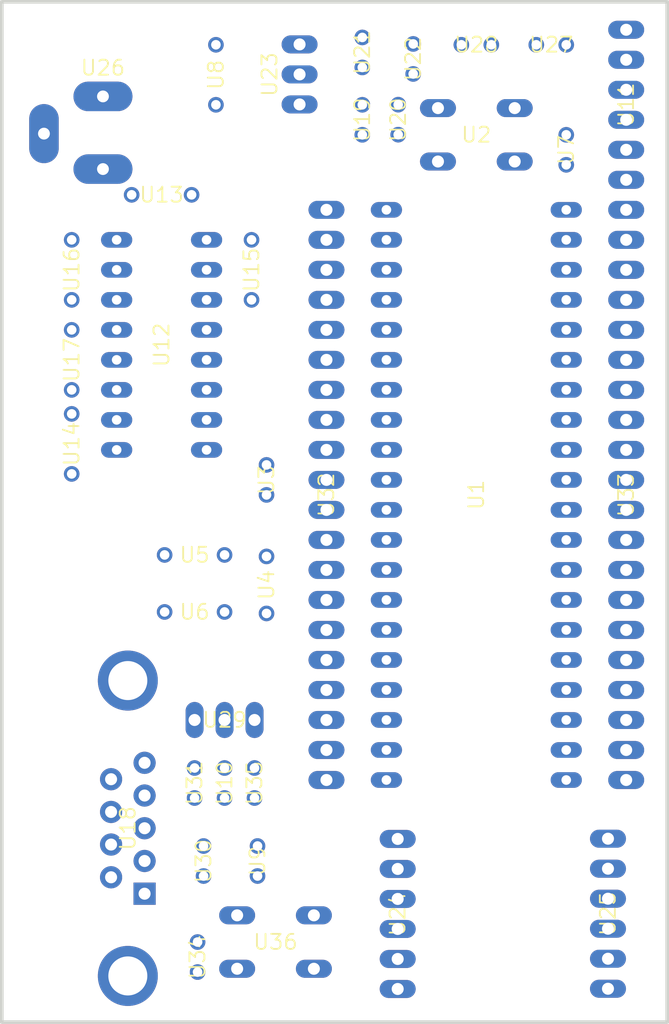
<source format=kicad_pcb>
(kicad_pcb (version 20221018) (generator pcbnew)
  (layers (0 "F.Cu" signal "Top") (31 "B.Cu" signal "Bottom") (34 "B.Paste" user) (35 "F.Paste" user) (36 "B.SilkS" user "B.Silkscreen") (37 "F.SilkS" user "F.Silkscreen") (38 "B.Mask" user) (39 "F.Mask" user) (44 "Edge.Cuts" user))
  (net 0 "")
  (net 1 "Net-(IC3-Pad40)")
  (net 2 "Net-(IC3-Pad39)")
  (net 3 "Net-(IC3-Pad38)")
  (net 4 "Net-(IC3-Pad37)")
  (net 5 "Net-(IC3-Pad36)")
  (net 6 "Net-(IC3-Pad35)")
  (net 7 "/MRF_INT")
  (net 8 "Net-(IC3-Pad33)")
  (net 9 "/3.3V_SRC")
  (net 10 "GND")
  (net 11 "Net-(IC3-Pad30)")
  (net 12 "Net-(IC3-Pad29)")
  (net 13 "Net-(IC3-Pad28)")
  (net 14 "Net-(IC3-Pad27)")
  (net 15 "/N$17")
  (net 16 "/N$21")
  (net 17 "/MRF_SDO")
  (net 18 "/MRF_SDI")
  (net 19 "Net-(IC3-Pad22)")
  (net 20 "Net-(IC3-Pad21)")
  (net 21 "Net-(IC3-Pad20)")
  (net 22 "Net-(IC3-Pad19)")
  (net 23 "/MRF_SCK")
  (net 24 "/MRF_CS")
  (net 25 "/MRF_WAKE")
  (net 26 "/MRF_RESET")
  (net 27 "/OSC2")
  (net 28 "/OS1")
  (net 29 "Net-(IC3-Pad10)")
  (net 30 "Net-(IC3-Pad9)")
  (net 31 "Net-(IC3-Pad8)")
  (net 32 "Net-(IC3-Pad7)")
  (net 33 "Net-(IC3-Pad6)")
  (net 34 "Net-(IC3-Pad5)")
  (net 35 "Net-(IC3-Pad4)")
  (net 36 "Net-(IC3-Pad3)")
  (net 37 "Net-(IC3-Pad2)")
  (net 38 "Net-(IC3-Pad1)")
  (net 39 "Net-(S1-Pad4)")
  (net 40 "Net-(S1-Pad2)")
  (net 41 "Net-(C6-Pad1)")
  (net 42 "Net-(LED3-PadA)")
  (net 43 "Net-(R5-Pad1)")
  (net 44 "Net-(JP3-Pad6)")
  (net 45 "Net-(IC2-Pad14)")
  (net 46 "Net-(IC2-Pad13)")
  (net 47 "Net-(IC2-Pad12)")
  (net 48 "Net-(IC2-Pad11)")
  (net 49 "Net-(C5-Pad2)")
  (net 50 "Net-(C2-Pad2)")
  (net 51 "Net-(C5-Pad1)")
  (net 52 "Net-(C4-Pad2)")
  (net 53 "Net-(IC2-Pad8)")
  (net 54 "Net-(IC2-Pad7)")
  (net 55 "Net-(C1-Pad1)")
  (net 56 "Net-(C4-Pad1)")
  (net 57 "Net-(X1-Pad9)")
  (net 58 "Net-(X1-Pad7)")
  (net 59 "Net-(X1-Pad1)")
  (net 60 "Net-(IC4-Pad1)")
  (net 61 "Net-(R8-Pad1)")
  (net 62 "Net-(JP4-Pad4)")
  (net 63 "Net-(X3-Pad3)")
  (net 64 "Net-(LED1-PadA)")
  (net 65 "Net-(R2-Pad1)")
  (net 66 "Net-(R6-Pad1)")
  (net 67 "Net-(LED2-PadA)")
  (net 68 "Net-(R1-Pad1)")
  (net 69 "Net-(S2-Pad4)")
  (net 70 "Net-(S2-Pad2)")
  (footprint "picDevBoard:DIL40" (layer "F.Cu") (at 160.520378 103.560879 -90)
    (fp_text reference "U1" (at 0 0 270) (layer "F.SilkS") (effects (font (size 1.27 1.27))))
    (fp_text value "" (at 0 0 270) (layer "F.SilkS") (effects (font (size 1.27 1.27))))
    (pad "1" thru_hole oval (at -24.13 7.62) (size 2.6416 1.3208) (drill 0.8128) (layers "*.Cu" "*.Mask") (net 38 "Net-(IC3-Pad1)"))
    (pad "2" thru_hole oval (at -21.59 7.62) (size 2.6416 1.3208) (drill 0.8128) (layers "*.Cu" "*.Mask") (net 37 "Net-(IC3-Pad2)"))
    (pad "3" thru_hole oval (at -19.05 7.62) (size 2.6416 1.3208) (drill 0.8128) (layers "*.Cu" "*.Mask") (net 36 "Net-(IC3-Pad3)"))
    (pad "4" thru_hole oval (at -16.51 7.62) (size 2.6416 1.3208) (drill 0.8128) (layers "*.Cu" "*.Mask") (net 35 "Net-(IC3-Pad4)"))
    (pad "5" thru_hole oval (at -13.97 7.62) (size 2.6416 1.3208) (drill 0.8128) (layers "*.Cu" "*.Mask") (net 34 "Net-(IC3-Pad5)"))
    (pad "6" thru_hole oval (at -11.43 7.62) (size 2.6416 1.3208) (drill 0.8128) (layers "*.Cu" "*.Mask") (net 33 "Net-(IC3-Pad6)"))
    (pad "7" thru_hole oval (at -8.89 7.62) (size 2.6416 1.3208) (drill 0.8128) (layers "*.Cu" "*.Mask") (net 32 "Net-(IC3-Pad7)"))
    (pad "8" thru_hole oval (at -6.35 7.62) (size 2.6416 1.3208) (drill 0.8128) (layers "*.Cu" "*.Mask") (net 31 "Net-(IC3-Pad8)"))
    (pad "9" thru_hole oval (at -3.81 7.62) (size 2.6416 1.3208) (drill 0.8128) (layers "*.Cu" "*.Mask") (net 30 "Net-(IC3-Pad9)"))
    (pad "10" thru_hole oval (at -1.27 7.62) (size 2.6416 1.3208) (drill 0.8128) (layers "*.Cu" "*.Mask") (net 29 "Net-(IC3-Pad10)"))
    (pad "11" thru_hole oval (at 1.27 7.62) (size 2.6416 1.3208) (drill 0.8128) (layers "*.Cu" "*.Mask") (net 9 "/3.3V_SRC"))
    (pad "12" thru_hole oval (at 3.81 7.62) (size 2.6416 1.3208) (drill 0.8128) (layers "*.Cu" "*.Mask") (net 10 "GND"))
    (pad "13" thru_hole oval (at 6.35 7.62) (size 2.6416 1.3208) (drill 0.8128) (layers "*.Cu" "*.Mask") (net 28 "/OS1"))
    (pad "14" thru_hole oval (at 8.89 7.62) (size 2.6416 1.3208) (drill 0.8128) (layers "*.Cu" "*.Mask") (net 27 "/OSC2"))
    (pad "15" thru_hole oval (at 11.43 7.62) (size 2.6416 1.3208) (drill 0.8128) (layers "*.Cu" "*.Mask") (net 26 "/MRF_RESET"))
    (pad "16" thru_hole oval (at 13.97 7.62) (size 2.6416 1.3208) (drill 0.8128) (layers "*.Cu" "*.Mask") (net 25 "/MRF_WAKE"))
    (pad "17" thru_hole oval (at 16.51 7.62) (size 2.6416 1.3208) (drill 0.8128) (layers "*.Cu" "*.Mask") (net 24 "/MRF_CS"))
    (pad "18" thru_hole oval (at 19.05 7.62) (size 2.6416 1.3208) (drill 0.8128) (layers "*.Cu" "*.Mask") (net 23 "/MRF_SCK"))
    (pad "19" thru_hole oval (at 21.59 7.62) (size 2.6416 1.3208) (drill 0.8128) (layers "*.Cu" "*.Mask") (net 22 "Net-(IC3-Pad19)"))
    (pad "20" thru_hole oval (at 24.13 7.62) (size 2.6416 1.3208) (drill 0.8128) (layers "*.Cu" "*.Mask") (net 21 "Net-(IC3-Pad20)"))
    (pad "21" thru_hole oval (at 24.13 -7.62) (size 2.6416 1.3208) (drill 0.8128) (layers "*.Cu" "*.Mask") (net 20 "Net-(IC3-Pad21)"))
    (pad "22" thru_hole oval (at 21.59 -7.62) (size 2.6416 1.3208) (drill 0.8128) (layers "*.Cu" "*.Mask") (net 19 "Net-(IC3-Pad22)"))
    (pad "23" thru_hole oval (at 19.05 -7.62) (size 2.6416 1.3208) (drill 0.8128) (layers "*.Cu" "*.Mask") (net 18 "/MRF_SDI"))
    (pad "24" thru_hole oval (at 16.51 -7.62) (size 2.6416 1.3208) (drill 0.8128) (layers "*.Cu" "*.Mask") (net 17 "/MRF_SDO"))
    (pad "25" thru_hole oval (at 13.97 -7.62) (size 2.6416 1.3208) (drill 0.8128) (layers "*.Cu" "*.Mask") (net 16 "/N$21"))
    (pad "26" thru_hole oval (at 11.43 -7.62) (size 2.6416 1.3208) (drill 0.8128) (layers "*.Cu" "*.Mask") (net 15 "/N$17"))
    (pad "27" thru_hole oval (at 8.89 -7.62) (size 2.6416 1.3208) (drill 0.8128) (layers "*.Cu" "*.Mask") (net 14 "Net-(IC3-Pad27)"))
    (pad "28" thru_hole oval (at 6.35 -7.62) (size 2.6416 1.3208) (drill 0.8128) (layers "*.Cu" "*.Mask") (net 13 "Net-(IC3-Pad28)"))
    (pad "29" thru_hole oval (at 3.81 -7.62) (size 2.6416 1.3208) (drill 0.8128) (layers "*.Cu" "*.Mask") (net 12 "Net-(IC3-Pad29)"))
    (pad "30" thru_hole oval (at 1.27 -7.62) (size 2.6416 1.3208) (drill 0.8128) (layers "*.Cu" "*.Mask") (net 11 "Net-(IC3-Pad30)"))
    (pad "31" thru_hole oval (at -1.27 -7.62) (size 2.6416 1.3208) (drill 0.8128) (layers "*.Cu" "*.Mask") (net 10 "GND"))
    (pad "32" thru_hole oval (at -3.81 -7.62) (size 2.6416 1.3208) (drill 0.8128) (layers "*.Cu" "*.Mask") (net 9 "/3.3V_SRC"))
    (pad "33" thru_hole oval (at -6.35 -7.62) (size 2.6416 1.3208) (drill 0.8128) (layers "*.Cu" "*.Mask") (net 8 "Net-(IC3-Pad33)"))
    (pad "34" thru_hole oval (at -8.89 -7.62) (size 2.6416 1.3208) (drill 0.8128) (layers "*.Cu" "*.Mask") (net 7 "/MRF_INT"))
    (pad "35" thru_hole oval (at -11.43 -7.62) (size 2.6416 1.3208) (drill 0.8128) (layers "*.Cu" "*.Mask") (net 6 "Net-(IC3-Pad35)"))
    (pad "36" thru_hole oval (at -13.97 -7.62) (size 2.6416 1.3208) (drill 0.8128) (layers "*.Cu" "*.Mask") (net 5 "Net-(IC3-Pad36)"))
    (pad "37" thru_hole oval (at -16.51 -7.62) (size 2.6416 1.3208) (drill 0.8128) (layers "*.Cu" "*.Mask") (net 4 "Net-(IC3-Pad37)"))
    (pad "38" thru_hole oval (at -19.05 -7.62) (size 2.6416 1.3208) (drill 0.8128) (layers "*.Cu" "*.Mask") (net 3 "Net-(IC3-Pad38)"))
    (pad "39" thru_hole oval (at -21.59 -7.62) (size 2.6416 1.3208) (drill 0.8128) (layers "*.Cu" "*.Mask") (net 2 "Net-(IC3-Pad39)"))
    (pad "40" thru_hole oval (at -24.13 -7.62) (size 2.6416 1.3208) (drill 0.8128) (layers "*.Cu" "*.Mask") (net 1 "Net-(IC3-Pad40)"))
  )
  (footprint "picDevBoard:B3F-10XX" (layer "F.Cu") (at 160.520378 73.080879)
    (fp_text reference "U2" (at 0 0) (layer "F.SilkS") (effects (font (size 1.27 1.27))))
    (fp_text value "" (at 0 0) (layer "F.SilkS") (effects (font (size 1.27 1.27))))
    (pad "1" thru_hole oval (at -3.2512 -2.2606) (size 3.048 1.524) (drill 1.016) (layers "*.Cu" "*.Mask") (net 10 "GND"))
    (pad "2" thru_hole oval (at 3.2512 -2.2606) (size 3.048 1.524) (drill 1.016) (layers "*.Cu" "*.Mask") (net 40 "Net-(S1-Pad2)"))
    (pad "3" thru_hole oval (at -3.2512 2.2606) (size 3.048 1.524) (drill 1.016) (layers "*.Cu" "*.Mask") (net 38 "Net-(IC3-Pad1)"))
    (pad "4" thru_hole oval (at 3.2512 2.2606) (size 3.048 1.524) (drill 1.016) (layers "*.Cu" "*.Mask") (net 39 "Net-(S1-Pad4)"))
  )
  (footprint "picDevBoard:C025-024X044" (layer "F.Cu") (at 142.740378 102.290879 -90)
    (fp_text reference "U3" (at 0 0 270) (layer "F.SilkS") (effects (font (size 1.27 1.27))))
    (fp_text value "" (at 0 0 270) (layer "F.SilkS") (effects (font (size 1.27 1.27))))
    (pad "1" thru_hole circle (at -1.27 0 270) (size 1.3208 1.3208) (drill 0.8128) (layers "*.Cu" "*.Mask") (net 9 "/3.3V_SRC"))
    (pad "2" thru_hole circle (at 1.27 0 270) (size 1.3208 1.3208) (drill 0.8128) (layers "*.Cu" "*.Mask") (net 10 "GND"))
  )
  (footprint "picDevBoard:HC49_S" (layer "F.Cu") (at 142.740378 111.180879 -90)
    (fp_text reference "U4" (at 0 0 270) (layer "F.SilkS") (effects (font (size 1.27 1.27))))
    (fp_text value "" (at 0 0 270) (layer "F.SilkS") (effects (font (size 1.27 1.27))))
    (pad "1" thru_hole circle (at -2.413 0 270) (size 1.3208 1.3208) (drill 0.8128) (layers "*.Cu" "*.Mask") (net 28 "/OS1"))
    (pad "2" thru_hole circle (at 2.413 0 270) (size 1.3208 1.3208) (drill 0.8128) (layers "*.Cu" "*.Mask") (net 27 "/OSC2"))
  )
  (footprint "picDevBoard:C050-024X044" (layer "F.Cu") (at 136.644378 108.640879 180)
    (fp_text reference "U5" (at 0 0 180) (layer "F.SilkS") (effects (font (size 1.27 1.27))))
    (fp_text value "" (at 0 0 180) (layer "F.SilkS") (effects (font (size 1.27 1.27))))
    (pad "1" thru_hole circle (at -2.54 0 180) (size 1.3208 1.3208) (drill 0.8128) (layers "*.Cu" "*.Mask") (net 28 "/OS1"))
    (pad "2" thru_hole circle (at 2.54 0 180) (size 1.3208 1.3208) (drill 0.8128) (layers "*.Cu" "*.Mask") (net 10 "GND"))
  )
  (footprint "picDevBoard:C050-024X044" (layer "F.Cu") (at 136.644378 113.466879 180)
    (fp_text reference "U6" (at 0 0 180) (layer "F.SilkS") (effects (font (size 1.27 1.27))))
    (fp_text value "" (at 0 0 180) (layer "F.SilkS") (effects (font (size 1.27 1.27))))
    (pad "1" thru_hole circle (at -2.54 0 180) (size 1.3208 1.3208) (drill 0.8128) (layers "*.Cu" "*.Mask") (net 27 "/OSC2"))
    (pad "2" thru_hole circle (at 2.54 0 180) (size 1.3208 1.3208) (drill 0.8128) (layers "*.Cu" "*.Mask") (net 10 "GND"))
  )
  (footprint "picDevBoard:V526-0" (layer "F.Cu") (at 168.140378 74.350879 -90)
    (fp_text reference "U7" (at 0 0 270) (layer "F.SilkS") (effects (font (size 1.27 1.27))))
    (fp_text value "" (at 0 0 270) (layer "F.SilkS") (effects (font (size 1.27 1.27))))
    (pad "1" thru_hole circle (at -1.27 0 270) (size 1.3208 1.3208) (drill 0.8128) (layers "*.Cu" "*.Mask") (net 9 "/3.3V_SRC"))
    (pad "2" thru_hole circle (at 1.27 0 270) (size 1.3208 1.3208) (drill 0.8128) (layers "*.Cu" "*.Mask") (net 38 "Net-(IC3-Pad1)"))
  )
  (footprint "picDevBoard:C050-025X075" (layer "F.Cu") (at 138.452878 68.000879 -90)
    (fp_text reference "U8" (at 0 0 270) (layer "F.SilkS") (effects (font (size 1.27 1.27))))
    (fp_text value "" (at 0 0 270) (layer "F.SilkS") (effects (font (size 1.27 1.27))))
    (pad "1" thru_hole circle (at -2.54 0 270) (size 1.3208 1.3208) (drill 0.8128) (layers "*.Cu" "*.Mask") (net 41 "Net-(C6-Pad1)"))
    (pad "2" thru_hole circle (at 2.54 0 270) (size 1.3208 1.3208) (drill 0.8128) (layers "*.Cu" "*.Mask") (net 10 "GND"))
  )
  (footprint "picDevBoard:LED3MM" (layer "F.Cu") (at 141.978378 134.548879 -90)
    (fp_text reference "U9" (at 0 0 270) (layer "F.SilkS") (effects (font (size 1.27 1.27))))
    (fp_text value "" (at 0 0 270) (layer "F.SilkS") (effects (font (size 1.27 1.27))))
    (pad "A" thru_hole circle (at -1.27 0 270) (size 1.3208 1.3208) (drill 0.8128) (layers "*.Cu" "*.Mask") (net 42 "Net-(LED3-PadA)"))
    (pad "K" thru_hole circle (at 1.27 0 270) (size 1.3208 1.3208) (drill 0.8128) (layers "*.Cu" "*.Mask") (net 10 "GND"))
  )
  (footprint "picDevBoard:V526-0" (layer "F.Cu") (at 139.184378 127.944879 -90)
    (fp_text reference "U10" (at 0 0 270) (layer "F.SilkS") (effects (font (size 1.27 1.27))))
    (fp_text value "" (at 0 0 270) (layer "F.SilkS") (effects (font (size 1.27 1.27))))
    (pad "1" thru_hole circle (at -1.27 0 270) (size 1.3208 1.3208) (drill 0.8128) (layers "*.Cu" "*.Mask") (net 43 "Net-(R5-Pad1)"))
    (pad "2" thru_hole circle (at 1.27 0 270) (size 1.3208 1.3208) (drill 0.8128) (layers "*.Cu" "*.Mask") (net 42 "Net-(LED3-PadA)"))
  )
  (footprint "picDevBoard:1X06" (layer "F.Cu") (at 173.220378 70.540879 90)
    (fp_text reference "U11" (at 0 0 90) (layer "F.SilkS") (effects (font (size 1.27 1.27))))
    (fp_text value "" (at 0 0 90) (layer "F.SilkS") (effects (font (size 1.27 1.27))))
    (pad "1" thru_hole oval (at -6.35 0 180) (size 3.048 1.524) (drill 1.016) (layers "*.Cu" "*.Mask") (net 38 "Net-(IC3-Pad1)"))
    (pad "2" thru_hole oval (at -3.81 0 180) (size 3.048 1.524) (drill 1.016) (layers "*.Cu" "*.Mask") (net 9 "/3.3V_SRC"))
    (pad "3" thru_hole oval (at -1.27 0 180) (size 3.048 1.524) (drill 1.016) (layers "*.Cu" "*.Mask") (net 10 "GND"))
    (pad "4" thru_hole oval (at 1.27 0 180) (size 3.048 1.524) (drill 1.016) (layers "*.Cu" "*.Mask") (net 1 "Net-(IC3-Pad40)"))
    (pad "5" thru_hole oval (at 3.81 0 180) (size 3.048 1.524) (drill 1.016) (layers "*.Cu" "*.Mask") (net 2 "Net-(IC3-Pad39)"))
    (pad "6" thru_hole oval (at 6.35 0 180) (size 3.048 1.524) (drill 1.016) (layers "*.Cu" "*.Mask") (net 44 "Net-(JP3-Pad6)"))
  )
  (footprint "picDevBoard:DIL16" (layer "F.Cu") (at 133.850378 90.860879 -90)
    (fp_text reference "U12" (at 0 0 270) (layer "F.SilkS") (effects (font (size 1.27 1.27))))
    (fp_text value "" (at 0 0 270) (layer "F.SilkS") (effects (font (size 1.27 1.27))))
    (pad "1" thru_hole oval (at -8.89 3.81) (size 2.6416 1.3208) (drill 0.8128) (layers "*.Cu" "*.Mask") (net 56 "Net-(C4-Pad1)"))
    (pad "2" thru_hole oval (at -6.35 3.81) (size 2.6416 1.3208) (drill 0.8128) (layers "*.Cu" "*.Mask") (net 55 "Net-(C1-Pad1)"))
    (pad "3" thru_hole oval (at -3.81 3.81) (size 2.6416 1.3208) (drill 0.8128) (layers "*.Cu" "*.Mask") (net 52 "Net-(C4-Pad2)"))
    (pad "4" thru_hole oval (at -1.27 3.81) (size 2.6416 1.3208) (drill 0.8128) (layers "*.Cu" "*.Mask") (net 51 "Net-(C5-Pad1)"))
    (pad "5" thru_hole oval (at 1.27 3.81) (size 2.6416 1.3208) (drill 0.8128) (layers "*.Cu" "*.Mask") (net 49 "Net-(C5-Pad2)"))
    (pad "6" thru_hole oval (at 3.81 3.81) (size 2.6416 1.3208) (drill 0.8128) (layers "*.Cu" "*.Mask") (net 50 "Net-(C2-Pad2)"))
    (pad "7" thru_hole oval (at 6.35 3.81) (size 2.6416 1.3208) (drill 0.8128) (layers "*.Cu" "*.Mask") (net 54 "Net-(IC2-Pad7)"))
    (pad "8" thru_hole oval (at 8.89 3.81) (size 2.6416 1.3208) (drill 0.8128) (layers "*.Cu" "*.Mask") (net 53 "Net-(IC2-Pad8)"))
    (pad "9" thru_hole oval (at 8.89 -3.81) (size 2.6416 1.3208) (drill 0.8128) (layers "*.Cu" "*.Mask") (net 15 "/N$17"))
    (pad "10" thru_hole oval (at 6.35 -3.81) (size 2.6416 1.3208) (drill 0.8128) (layers "*.Cu" "*.Mask") (net 16 "/N$21"))
    (pad "11" thru_hole oval (at 3.81 -3.81) (size 2.6416 1.3208) (drill 0.8128) (layers "*.Cu" "*.Mask") (net 48 "Net-(IC2-Pad11)"))
    (pad "12" thru_hole oval (at 1.27 -3.81) (size 2.6416 1.3208) (drill 0.8128) (layers "*.Cu" "*.Mask") (net 47 "Net-(IC2-Pad12)"))
    (pad "13" thru_hole oval (at -1.27 -3.81) (size 2.6416 1.3208) (drill 0.8128) (layers "*.Cu" "*.Mask") (net 46 "Net-(IC2-Pad13)"))
    (pad "14" thru_hole oval (at -3.81 -3.81) (size 2.6416 1.3208) (drill 0.8128) (layers "*.Cu" "*.Mask") (net 45 "Net-(IC2-Pad14)"))
    (pad "15" thru_hole oval (at -6.35 -3.81) (size 2.6416 1.3208) (drill 0.8128) (layers "*.Cu" "*.Mask") (net 10 "GND"))
    (pad "16" thru_hole oval (at -8.89 -3.81) (size 2.6416 1.3208) (drill 0.8128) (layers "*.Cu" "*.Mask") (net 9 "/3.3V_SRC"))
  )
  (footprint "picDevBoard:C050-024X044" (layer "F.Cu") (at 133.850378 78.160879)
    (fp_text reference "U13" (at 0 0) (layer "F.SilkS") (effects (font (size 1.27 1.27))))
    (fp_text value "" (at 0 0) (layer "F.SilkS") (effects (font (size 1.27 1.27))))
    (pad "1" thru_hole circle (at -2.54 0) (size 1.3208 1.3208) (drill 0.8128) (layers "*.Cu" "*.Mask") (net 55 "Net-(C1-Pad1)"))
    (pad "2" thru_hole circle (at 2.54 0) (size 1.3208 1.3208) (drill 0.8128) (layers "*.Cu" "*.Mask") (net 9 "/3.3V_SRC"))
  )
  (footprint "picDevBoard:C050-024X044" (layer "F.Cu") (at 126.230378 99.242879 90)
    (fp_text reference "U14" (at 0 0 90) (layer "F.SilkS") (effects (font (size 1.27 1.27))))
    (fp_text value "" (at 0 0 90) (layer "F.SilkS") (effects (font (size 1.27 1.27))))
    (pad "1" thru_hole circle (at -2.54 0 90) (size 1.3208 1.3208) (drill 0.8128) (layers "*.Cu" "*.Mask") (net 10 "GND"))
    (pad "2" thru_hole circle (at 2.54 0 90) (size 1.3208 1.3208) (drill 0.8128) (layers "*.Cu" "*.Mask") (net 50 "Net-(C2-Pad2)"))
  )
  (footprint "picDevBoard:C050-024X044" (layer "F.Cu") (at 141.470378 84.510879 -90)
    (fp_text reference "U15" (at 0 0 270) (layer "F.SilkS") (effects (font (size 1.27 1.27))))
    (fp_text value "" (at 0 0 270) (layer "F.SilkS") (effects (font (size 1.27 1.27))))
    (pad "1" thru_hole circle (at -2.54 0 270) (size 1.3208 1.3208) (drill 0.8128) (layers "*.Cu" "*.Mask") (net 9 "/3.3V_SRC"))
    (pad "2" thru_hole circle (at 2.54 0 270) (size 1.3208 1.3208) (drill 0.8128) (layers "*.Cu" "*.Mask") (net 10 "GND"))
  )
  (footprint "picDevBoard:C050-024X044" (layer "F.Cu") (at 126.230378 84.510879 -90)
    (fp_text reference "U16" (at 0 0 270) (layer "F.SilkS") (effects (font (size 1.27 1.27))))
    (fp_text value "" (at 0 0 270) (layer "F.SilkS") (effects (font (size 1.27 1.27))))
    (pad "1" thru_hole circle (at -2.54 0 270) (size 1.3208 1.3208) (drill 0.8128) (layers "*.Cu" "*.Mask") (net 56 "Net-(C4-Pad1)"))
    (pad "2" thru_hole circle (at 2.54 0 270) (size 1.3208 1.3208) (drill 0.8128) (layers "*.Cu" "*.Mask") (net 52 "Net-(C4-Pad2)"))
  )
  (footprint "picDevBoard:C050-024X044" (layer "F.Cu") (at 126.230378 92.130879 -90)
    (fp_text reference "U17" (at 0 0 270) (layer "F.SilkS") (effects (font (size 1.27 1.27))))
    (fp_text value "" (at 0 0 270) (layer "F.SilkS") (effects (font (size 1.27 1.27))))
    (pad "1" thru_hole circle (at -2.54 0 270) (size 1.3208 1.3208) (drill 0.8128) (layers "*.Cu" "*.Mask") (net 51 "Net-(C5-Pad1)"))
    (pad "2" thru_hole circle (at 2.54 0 270) (size 1.3208 1.3208) (drill 0.8128) (layers "*.Cu" "*.Mask") (net 49 "Net-(C5-Pad2)"))
  )
  (footprint "picDevBoard:DB9" (layer "F.Cu") (at 127.8128 131.7752 90)
    (fp_text reference "U18" (at 0 3.175 90) (layer "F.SilkS") (effects (font (size 1.27 1.27))))
    (fp_text value "" (at 0 3.175 90) (layer "F.SilkS") (effects (font (size 1.27 1.27))))
    (pad "1" thru_hole rect locked (at -5.54 4.595 90) (size 1.8796 1.8796) (drill 1.016) (layers "*.Cu" "*.Mask") (net 59 "Net-(X1-Pad1)"))
    (pad "2" thru_hole circle locked (at -2.77 4.595 90) (size 1.8796 1.8796) (drill 1.016) (layers "*.Cu" "*.Mask") (net 54 "Net-(IC2-Pad7)"))
    (pad "3" thru_hole circle locked (at 0 4.595 90) (size 1.8796 1.8796) (drill 1.016) (layers "*.Cu" "*.Mask") (net 53 "Net-(IC2-Pad8)"))
    (pad "4" thru_hole circle locked (at 2.77 4.595 90) (size 1.8796 1.8796) (drill 1.016) (layers "*.Cu" "*.Mask") (net 59 "Net-(X1-Pad1)"))
    (pad "5" thru_hole circle locked (at 5.54 4.595 90) (size 1.8796 1.8796) (drill 1.016) (layers "*.Cu" "*.Mask") (net 10 "GND"))
    (pad "6" thru_hole circle locked (at -4.15 1.755 90) (size 1.8796 1.8796) (drill 1.016) (layers "*.Cu" "*.Mask") (net 59 "Net-(X1-Pad1)"))
    (pad "7" thru_hole circle locked (at -1.38 1.755 90) (size 1.8796 1.8796) (drill 1.016) (layers "*.Cu" "*.Mask") (net 58 "Net-(X1-Pad7)"))
    (pad "8" thru_hole circle locked (at 1.38 1.755 90) (size 1.8796 1.8796) (drill 1.016) (layers "*.Cu" "*.Mask") (net 58 "Net-(X1-Pad7)"))
    (pad "9" thru_hole circle locked (at 4.15 1.755 90) (size 1.8796 1.8796) (drill 1.016) (layers "*.Cu" "*.Mask") (net 57 "Net-(X1-Pad9)"))
    (pad "G1" thru_hole circle locked (at -12.5 3.175 90) (size 5.08 5.08) (drill 3.302) (layers "*.Cu" "*.Mask"))
    (pad "G2" thru_hole circle locked (at 12.5 3.175 90) (size 5.08 5.08) (drill 3.302) (layers "*.Cu" "*.Mask"))
  )
  (footprint "picDevBoard:V526-0" (layer "F.Cu") (at 150.858178 71.810879 90)
    (fp_text reference "U19" (at 0 0 90) (layer "F.SilkS") (effects (font (size 1.27 1.27))))
    (fp_text value "" (at 0 0 90) (layer "F.SilkS") (effects (font (size 1.27 1.27))))
    (pad "1" thru_hole circle (at -1.27 0 90) (size 1.3208 1.3208) (drill 0.8128) (layers "*.Cu" "*.Mask") (net 61 "Net-(R8-Pad1)"))
    (pad "2" thru_hole circle (at 1.27 0 90) (size 1.3208 1.3208) (drill 0.8128) (layers "*.Cu" "*.Mask") (net 60 "Net-(IC4-Pad1)"))
  )
  (footprint "picDevBoard:V526-0" (layer "F.Cu") (at 153.9 71.8 -90)
    (fp_text reference "U20" (at 0 0 270) (layer "F.SilkS") (effects (font (size 1.27 1.27))))
    (fp_text value "" (at 0 0 270) (layer "F.SilkS") (effects (font (size 1.27 1.27))))
    (pad "1" thru_hole circle (at -1.27 0 270) (size 1.3208 1.3208) (drill 0.8128) (layers "*.Cu" "*.Mask") (net 10 "GND"))
    (pad "2" thru_hole circle (at 1.27 0 270) (size 1.3208 1.3208) (drill 0.8128) (layers "*.Cu" "*.Mask") (net 61 "Net-(R8-Pad1)"))
  )
  (footprint "picDevBoard:V526-0" (layer "F.Cu") (at 150.858178 66.11 90)
    (fp_text reference "U21" (at 0 0 90) (layer "F.SilkS") (effects (font (size 1.27 1.27))))
    (fp_text value "" (at 0 0 90) (layer "F.SilkS") (effects (font (size 1.27 1.27))))
    (pad "1" thru_hole circle (at -1.27 0 90) (size 1.3208 1.3208) (drill 0.8128) (layers "*.Cu" "*.Mask") (net 60 "Net-(IC4-Pad1)"))
    (pad "2" thru_hole circle (at 1.27 0 90) (size 1.3208 1.3208) (drill 0.8128) (layers "*.Cu" "*.Mask") (net 9 "/3.3V_SRC"))
  )
  (footprint "picDevBoard:C025-024X044" (layer "F.Cu") (at 155.17 66.66 -90)
    (fp_text reference "U22" (at 0 0 270) (layer "F.SilkS") (effects (font (size 1.27 1.27))))
    (fp_text value "" (at 0 0 270) (layer "F.SilkS") (effects (font (size 1.27 1.27))))
    (pad "1" thru_hole circle (at -1.27 0 270) (size 1.3208 1.3208) (drill 0.8128) (layers "*.Cu" "*.Mask") (net 9 "/3.3V_SRC"))
    (pad "2" thru_hole circle (at 1.27 0 270) (size 1.3208 1.3208) (drill 0.8128) (layers "*.Cu" "*.Mask") (net 10 "GND"))
  )
  (footprint "picDevBoard:317TS" (layer "F.Cu") (at 145.542 67.9704 90)
    (fp_text reference "U23" (at 0 -2.54 90) (layer "F.SilkS") (effects (font (size 1.27 1.27))))
    (fp_text value "" (at 0 -2.54 90) (layer "F.SilkS") (effects (font (size 1.27 1.27))))
    (pad "1" thru_hole oval (at -2.54 0 180) (size 3.048 1.524) (drill 1.016) (layers "*.Cu" "*.Mask") (net 60 "Net-(IC4-Pad1)"))
    (pad "2" thru_hole oval (at 0 0 180) (size 3.048 1.524) (drill 1.016) (layers "*.Cu" "*.Mask") (net 9 "/3.3V_SRC"))
    (pad "3" thru_hole oval (at 2.54 0 180) (size 3.048 1.524) (drill 1.016) (layers "*.Cu" "*.Mask") (net 41 "Net-(C6-Pad1)"))
  )
  (footprint "picDevBoard:1X06" (layer "F.Cu") (at 153.855478 139.029379 90)
    (fp_text reference "U24" (at 0 0 90) (layer "F.SilkS") (effects (font (size 1.27 1.27))))
    (fp_text value "" (at 0 0 90) (layer "F.SilkS") (effects (font (size 1.27 1.27))))
    (pad "1" thru_hole oval locked (at -6.35 0 180) (size 3.048 1.524) (drill 1.016) (layers "*.Cu" "*.Mask") (net 10 "GND"))
    (pad "2" thru_hole oval locked (at -3.81 0 180) (size 3.048 1.524) (drill 1.016) (layers "*.Cu" "*.Mask") (net 10 "GND"))
    (pad "3" thru_hole oval locked (at -1.27 0 180) (size 3.048 1.524) (drill 1.016) (layers "*.Cu" "*.Mask") (net 9 "/3.3V_SRC"))
    (pad "4" thru_hole oval locked (at 1.27 0 180) (size 3.048 1.524) (drill 1.016) (layers "*.Cu" "*.Mask") (net 62 "Net-(JP4-Pad4)"))
    (pad "5" thru_hole oval locked (at 3.81 0 180) (size 3.048 1.524) (drill 1.016) (layers "*.Cu" "*.Mask") (net 24 "/MRF_CS"))
    (pad "6" thru_hole oval locked (at 6.35 0 180) (size 3.048 1.524) (drill 1.016) (layers "*.Cu" "*.Mask") (net 18 "/MRF_SDI"))
  )
  (footprint "picDevBoard:1X06" (layer "F.Cu") (at 171.676178 139.009079 -90)
    (fp_text reference "U25" (at 0 0 270) (layer "F.SilkS") (effects (font (size 1.27 1.27))))
    (fp_text value "" (at 0 0 270) (layer "F.SilkS") (effects (font (size 1.27 1.27))))
    (pad "1" thru_hole oval locked (at -6.35 0) (size 3.048 1.524) (drill 1.016) (layers "*.Cu" "*.Mask") (net 23 "/MRF_SCK"))
    (pad "2" thru_hole oval locked (at -3.81 0) (size 3.048 1.524) (drill 1.016) (layers "*.Cu" "*.Mask") (net 17 "/MRF_SDO"))
    (pad "3" thru_hole oval locked (at -1.27 0) (size 3.048 1.524) (drill 1.016) (layers "*.Cu" "*.Mask") (net 7 "/MRF_INT"))
    (pad "4" thru_hole oval locked (at 1.27 0) (size 3.048 1.524) (drill 1.016) (layers "*.Cu" "*.Mask") (net 25 "/MRF_WAKE"))
    (pad "5" thru_hole oval locked (at 3.81 0) (size 3.048 1.524) (drill 1.016) (layers "*.Cu" "*.Mask") (net 26 "/MRF_RESET"))
    (pad "6" thru_hole oval locked (at 6.35 0) (size 3.048 1.524) (drill 1.016) (layers "*.Cu" "*.Mask") (net 10 "GND"))
  )
  (footprint "picDevBoard:733980-62" (layer "F.Cu") (at 128.8796 69.9516 180)
    (fp_text reference "U26" (at 0 2.54 180) (layer "F.SilkS") (effects (font (size 1.27 1.27))))
    (fp_text value "" (at 0 2.54 180) (layer "F.SilkS") (effects (font (size 1.27 1.27))))
    (pad "1" thru_hole oval locked (at 0 -6.03 180) (size 5 2.5) (drill 1) (layers "*.Cu" "*.Mask") (net 10 "GND"))
    (pad "2" thru_hole oval locked (at 0 0.12 180) (size 5 2.5) (drill 1) (layers "*.Cu" "*.Mask") (net 41 "Net-(C6-Pad1)"))
    (pad "3" thru_hole oval locked (at 5 -3.03 270) (size 5 2.5) (drill 1) (layers "*.Cu" "*.Mask") (net 63 "Net-(X3-Pad3)"))
  )
  (footprint "picDevBoard:LED3MM" (layer "F.Cu") (at 166.870378 65.460879)
    (fp_text reference "U27" (at 0 0) (layer "F.SilkS") (effects (font (size 1.27 1.27))))
    (fp_text value "" (at 0 0) (layer "F.SilkS") (effects (font (size 1.27 1.27))))
    (pad "A" thru_hole circle (at -1.27 0) (size 1.3208 1.3208) (drill 0.8128) (layers "*.Cu" "*.Mask") (net 64 "Net-(LED1-PadA)"))
    (pad "K" thru_hole circle (at 1.27 0) (size 1.3208 1.3208) (drill 0.8128) (layers "*.Cu" "*.Mask") (net 10 "GND"))
  )
  (footprint "picDevBoard:V526-0" (layer "F.Cu") (at 160.520378 65.460879)
    (fp_text reference "U28" (at 0 0) (layer "F.SilkS") (effects (font (size 1.27 1.27))))
    (fp_text value "" (at 0 0) (layer "F.SilkS") (effects (font (size 1.27 1.27))))
    (pad "1" thru_hole circle (at -1.27 0) (size 1.3208 1.3208) (drill 0.8128) (layers "*.Cu" "*.Mask") (net 9 "/3.3V_SRC"))
    (pad "2" thru_hole circle (at 1.27 0) (size 1.3208 1.3208) (drill 0.8128) (layers "*.Cu" "*.Mask") (net 64 "Net-(LED1-PadA)"))
  )
  (footprint "picDevBoard:MA03-1" (layer "F.Cu") (at 139.184378 122.610879)
    (fp_text reference "U29" (at 0 0) (layer "F.SilkS") (effects (font (size 1.27 1.27))))
    (fp_text value "" (at 0 0) (layer "F.SilkS") (effects (font (size 1.27 1.27))))
    (pad "1" thru_hole oval (at -2.54 0 90) (size 3.048 1.524) (drill 1.016) (layers "*.Cu" "*.Mask") (net 66 "Net-(R6-Pad1)"))
    (pad "2" thru_hole oval (at 0 0 90) (size 3.048 1.524) (drill 1.016) (layers "*.Cu" "*.Mask") (net 43 "Net-(R5-Pad1)"))
    (pad "3" thru_hole oval (at 2.54 0 90) (size 3.048 1.524) (drill 1.016) (layers "*.Cu" "*.Mask") (net 65 "Net-(R2-Pad1)"))
  )
  (footprint "picDevBoard:LED3MM" (layer "F.Cu") (at 137.406378 134.548879 -90)
    (fp_text reference "U30" (at 0 0 270) (layer "F.SilkS") (effects (font (size 1.27 1.27))))
    (fp_text value "" (at 0 0 270) (layer "F.SilkS") (effects (font (size 1.27 1.27))))
    (pad "A" thru_hole circle (at -1.27 0 270) (size 1.3208 1.3208) (drill 0.8128) (layers "*.Cu" "*.Mask") (net 67 "Net-(LED2-PadA)"))
    (pad "K" thru_hole circle (at 1.27 0 270) (size 1.3208 1.3208) (drill 0.8128) (layers "*.Cu" "*.Mask") (net 10 "GND"))
  )
  (footprint "picDevBoard:V526-0" (layer "F.Cu") (at 136.644378 127.944879 -90)
    (fp_text reference "U31" (at 0 0 270) (layer "F.SilkS") (effects (font (size 1.27 1.27))))
    (fp_text value "" (at 0 0 270) (layer "F.SilkS") (effects (font (size 1.27 1.27))))
    (pad "1" thru_hole circle (at -1.27 0 270) (size 1.3208 1.3208) (drill 0.8128) (layers "*.Cu" "*.Mask") (net 66 "Net-(R6-Pad1)"))
    (pad "2" thru_hole circle (at 1.27 0 270) (size 1.3208 1.3208) (drill 0.8128) (layers "*.Cu" "*.Mask") (net 67 "Net-(LED2-PadA)"))
  )
  (footprint "picDevBoard:MA20-1" (layer "F.Cu") (at 147.820378 103.560879 90)
    (fp_text reference "U32" (at 0 0 90) (layer "F.SilkS") (effects (font (size 1.27 1.27))))
    (fp_text value "" (at 0 0 90) (layer "F.SilkS") (effects (font (size 1.27 1.27))))
    (pad "1" thru_hole oval (at -24.13 0 180) (size 3.048 1.524) (drill 1.016) (layers "*.Cu" "*.Mask") (net 21 "Net-(IC3-Pad20)"))
    (pad "2" thru_hole oval (at -21.59 0 180) (size 3.048 1.524) (drill 1.016) (layers "*.Cu" "*.Mask") (net 22 "Net-(IC3-Pad19)"))
    (pad "3" thru_hole oval (at -19.05 0 180) (size 3.048 1.524) (drill 1.016) (layers "*.Cu" "*.Mask") (net 23 "/MRF_SCK"))
    (pad "4" thru_hole oval (at -16.51 0 180) (size 3.048 1.524) (drill 1.016) (layers "*.Cu" "*.Mask") (net 24 "/MRF_CS"))
    (pad "5" thru_hole oval (at -13.97 0 180) (size 3.048 1.524) (drill 1.016) (layers "*.Cu" "*.Mask") (net 25 "/MRF_WAKE"))
    (pad "6" thru_hole oval (at -11.43 0 180) (size 3.048 1.524) (drill 1.016) (layers "*.Cu" "*.Mask") (net 26 "/MRF_RESET"))
    (pad "7" thru_hole oval (at -8.89 0 180) (size 3.048 1.524) (drill 1.016) (layers "*.Cu" "*.Mask") (net 27 "/OSC2"))
    (pad "8" thru_hole oval (at -6.35 0 180) (size 3.048 1.524) (drill 1.016) (layers "*.Cu" "*.Mask") (net 28 "/OS1"))
    (pad "9" thru_hole oval (at -3.81 0 180) (size 3.048 1.524) (drill 1.016) (layers "*.Cu" "*.Mask") (net 10 "GND"))
    (pad "10" thru_hole oval (at -1.27 0 180) (size 3.048 1.524) (drill 1.016) (layers "*.Cu" "*.Mask") (net 9 "/3.3V_SRC"))
    (pad "11" thru_hole oval (at 1.27 0 180) (size 3.048 1.524) (drill 1.016) (layers "*.Cu" "*.Mask") (net 29 "Net-(IC3-Pad10)"))
    (pad "12" thru_hole oval (at 3.81 0 180) (size 3.048 1.524) (drill 1.016) (layers "*.Cu" "*.Mask") (net 30 "Net-(IC3-Pad9)"))
    (pad "13" thru_hole oval (at 6.35 0 180) (size 3.048 1.524) (drill 1.016) (layers "*.Cu" "*.Mask") (net 31 "Net-(IC3-Pad8)"))
    (pad "14" thru_hole oval (at 8.89 0 180) (size 3.048 1.524) (drill 1.016) (layers "*.Cu" "*.Mask") (net 32 "Net-(IC3-Pad7)"))
    (pad "15" thru_hole oval (at 11.43 0 180) (size 3.048 1.524) (drill 1.016) (layers "*.Cu" "*.Mask") (net 33 "Net-(IC3-Pad6)"))
    (pad "16" thru_hole oval (at 13.97 0 180) (size 3.048 1.524) (drill 1.016) (layers "*.Cu" "*.Mask") (net 34 "Net-(IC3-Pad5)"))
    (pad "17" thru_hole oval (at 16.51 0 180) (size 3.048 1.524) (drill 1.016) (layers "*.Cu" "*.Mask") (net 35 "Net-(IC3-Pad4)"))
    (pad "18" thru_hole oval (at 19.05 0 180) (size 3.048 1.524) (drill 1.016) (layers "*.Cu" "*.Mask") (net 36 "Net-(IC3-Pad3)"))
    (pad "19" thru_hole oval (at 21.59 0 180) (size 3.048 1.524) (drill 1.016) (layers "*.Cu" "*.Mask") (net 37 "Net-(IC3-Pad2)"))
    (pad "20" thru_hole oval (at 24.13 0 180) (size 3.048 1.524) (drill 1.016) (layers "*.Cu" "*.Mask") (net 38 "Net-(IC3-Pad1)"))
  )
  (footprint "picDevBoard:MA20-1" (layer "F.Cu") (at 173.220378 103.560879 -90)
    (fp_text reference "U33" (at 0 0 270) (layer "F.SilkS") (effects (font (size 1.27 1.27))))
    (fp_text value "" (at 0 0 270) (layer "F.SilkS") (effects (font (size 1.27 1.27))))
    (pad "1" thru_hole oval (at -24.13 0) (size 3.048 1.524) (drill 1.016) (layers "*.Cu" "*.Mask") (net 1 "Net-(IC3-Pad40)"))
    (pad "2" thru_hole oval (at -21.59 0) (size 3.048 1.524) (drill 1.016) (layers "*.Cu" "*.Mask") (net 2 "Net-(IC3-Pad39)"))
    (pad "3" thru_hole oval (at -19.05 0) (size 3.048 1.524) (drill 1.016) (layers "*.Cu" "*.Mask") (net 3 "Net-(IC3-Pad38)"))
    (pad "4" thru_hole oval (at -16.51 0) (size 3.048 1.524) (drill 1.016) (layers "*.Cu" "*.Mask") (net 4 "Net-(IC3-Pad37)"))
    (pad "5" thru_hole oval (at -13.97 0) (size 3.048 1.524) (drill 1.016) (layers "*.Cu" "*.Mask") (net 5 "Net-(IC3-Pad36)"))
    (pad "6" thru_hole oval (at -11.43 0) (size 3.048 1.524) (drill 1.016) (layers "*.Cu" "*.Mask") (net 6 "Net-(IC3-Pad35)"))
    (pad "7" thru_hole oval (at -8.89 0) (size 3.048 1.524) (drill 1.016) (layers "*.Cu" "*.Mask") (net 7 "/MRF_INT"))
    (pad "8" thru_hole oval (at -6.35 0) (size 3.048 1.524) (drill 1.016) (layers "*.Cu" "*.Mask") (net 8 "Net-(IC3-Pad33)"))
    (pad "9" thru_hole oval (at -3.81 0) (size 3.048 1.524) (drill 1.016) (layers "*.Cu" "*.Mask") (net 9 "/3.3V_SRC"))
    (pad "10" thru_hole oval (at -1.27 0) (size 3.048 1.524) (drill 1.016) (layers "*.Cu" "*.Mask") (net 10 "GND"))
    (pad "11" thru_hole oval (at 1.27 0) (size 3.048 1.524) (drill 1.016) (layers "*.Cu" "*.Mask") (net 11 "Net-(IC3-Pad30)"))
    (pad "12" thru_hole oval (at 3.81 0) (size 3.048 1.524) (drill 1.016) (layers "*.Cu" "*.Mask") (net 12 "Net-(IC3-Pad29)"))
    (pad "13" thru_hole oval (at 6.35 0) (size 3.048 1.524) (drill 1.016) (layers "*.Cu" "*.Mask") (net 13 "Net-(IC3-Pad28)"))
    (pad "14" thru_hole oval (at 8.89 0) (size 3.048 1.524) (drill 1.016) (layers "*.Cu" "*.Mask") (net 14 "Net-(IC3-Pad27)"))
    (pad "15" thru_hole oval (at 11.43 0) (size 3.048 1.524) (drill 1.016) (layers "*.Cu" "*.Mask") (net 15 "/N$17"))
    (pad "16" thru_hole oval (at 13.97 0) (size 3.048 1.524) (drill 1.016) (layers "*.Cu" "*.Mask") (net 16 "/N$21"))
    (pad "17" thru_hole oval (at 16.51 0) (size 3.048 1.524) (drill 1.016) (layers "*.Cu" "*.Mask") (net 17 "/MRF_SDO"))
    (pad "18" thru_hole oval (at 19.05 0) (size 3.048 1.524) (drill 1.016) (layers "*.Cu" "*.Mask") (net 18 "/MRF_SDI"))
    (pad "19" thru_hole oval (at 21.59 0) (size 3.048 1.524) (drill 1.016) (layers "*.Cu" "*.Mask") (net 19 "Net-(IC3-Pad22)"))
    (pad "20" thru_hole oval (at 24.13 0) (size 3.048 1.524) (drill 1.016) (layers "*.Cu" "*.Mask") (net 20 "Net-(IC3-Pad21)"))
  )
  (footprint "picDevBoard:V526-0" (layer "F.Cu") (at 136.898378 142.676879 -90)
    (fp_text reference "U34" (at 0 0 270) (layer "F.SilkS") (effects (font (size 1.27 1.27))))
    (fp_text value "" (at 0 0 270) (layer "F.SilkS") (effects (font (size 1.27 1.27))))
    (pad "1" thru_hole circle (at -1.27 0 270) (size 1.3208 1.3208) (drill 0.8128) (layers "*.Cu" "*.Mask") (net 68 "Net-(R1-Pad1)"))
    (pad "2" thru_hole circle (at 1.27 0 270) (size 1.3208 1.3208) (drill 0.8128) (layers "*.Cu" "*.Mask") (net 10 "GND"))
  )
  (footprint "picDevBoard:V526-0" (layer "F.Cu") (at 141.724378 127.944879 -90)
    (fp_text reference "U35" (at 0 0 270) (layer "F.SilkS") (effects (font (size 1.27 1.27))))
    (fp_text value "" (at 0 0 270) (layer "F.SilkS") (effects (font (size 1.27 1.27))))
    (pad "1" thru_hole circle (at -1.27 0 270) (size 1.3208 1.3208) (drill 0.8128) (layers "*.Cu" "*.Mask") (net 65 "Net-(R2-Pad1)"))
    (pad "2" thru_hole circle (at 1.27 0 270) (size 1.3208 1.3208) (drill 0.8128) (layers "*.Cu" "*.Mask") (net 68 "Net-(R1-Pad1)"))
  )
  (footprint "picDevBoard:B3F-10XX" (layer "F.Cu") (at 143.502378 141.406879 180)
    (fp_text reference "U36" (at 0 0 180) (layer "F.SilkS") (effects (font (size 1.27 1.27))))
    (fp_text value "" (at 0 0 180) (layer "F.SilkS") (effects (font (size 1.27 1.27))))
    (pad "1" thru_hole oval (at -3.2512 -2.2606 180) (size 3.048 1.524) (drill 1.016) (layers "*.Cu" "*.Mask") (net 9 "/3.3V_SRC"))
    (pad "2" thru_hole oval (at 3.2512 -2.2606 180) (size 3.048 1.524) (drill 1.016) (layers "*.Cu" "*.Mask") (net 70 "Net-(S2-Pad2)"))
    (pad "3" thru_hole oval (at -3.2512 2.2606 180) (size 3.048 1.524) (drill 1.016) (layers "*.Cu" "*.Mask") (net 68 "Net-(R1-Pad1)"))
    (pad "4" thru_hole oval (at 3.2512 2.2606 180) (size 3.048 1.524) (drill 1.016) (layers "*.Cu" "*.Mask") (net 69 "Net-(S2-Pad4)"))
  )
  (gr_line (start 120.3071 61.8236) (end 120.3071 148.1836) (stroke (width 0.3048)) (layer "Edge.Cuts"))
  (gr_line (start 120.3071 148.1836) (end 176.6951 148.1836) (stroke (width 0.3048)) (layer "Edge.Cuts"))
  (gr_line (start 176.6951 148.1836) (end 176.6951 61.8236) (stroke (width 0.3048)) (layer "Edge.Cuts"))
  (gr_line (start 176.6951 61.8236) (end 120.3071 61.8236) (stroke (width 0.3048)) (layer "Edge.Cuts"))
)
</source>
